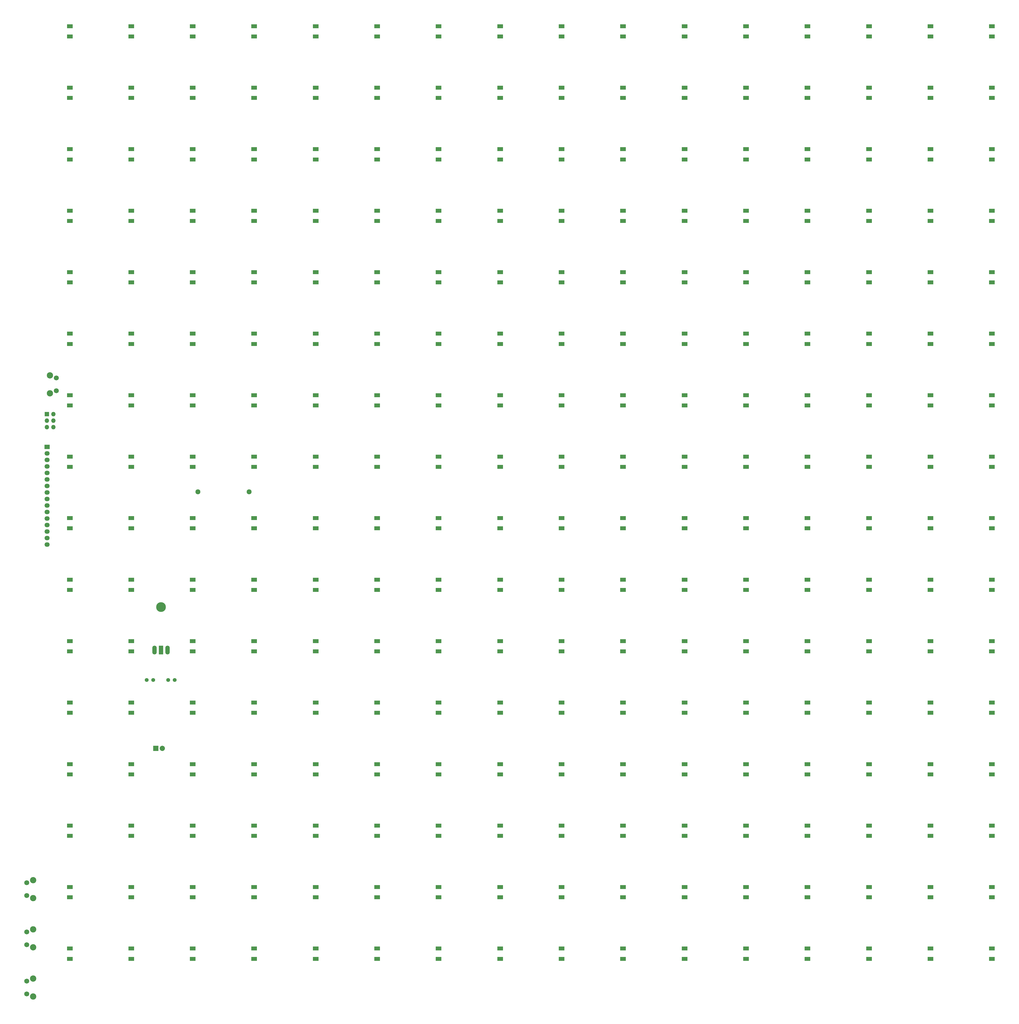
<source format=gbs>
G04 #@! TF.FileFunction,Soldermask,Bot*
%FSLAX46Y46*%
G04 Gerber Fmt 4.6, Leading zero omitted, Abs format (unit mm)*
G04 Created by KiCad (PCBNEW (2015-01-16 BZR 5376)-product) date 07/14/15 18:55:14*
%MOMM*%
G01*
G04 APERTURE LIST*
%ADD10C,0.100000*%
%ADD11C,0.150000*%
%ADD12C,2.200000*%
%ADD13C,1.700000*%
%ADD14C,1.950000*%
%ADD15C,1.501140*%
%ADD16R,1.699260X3.500120*%
%ADD17O,1.699260X3.500120*%
%ADD18C,3.799840*%
%ADD19R,2.032000X2.032000*%
%ADD20O,2.032000X2.032000*%
%ADD21R,1.727200X1.727200*%
%ADD22O,1.727200X1.727200*%
%ADD23R,2.200000X1.500000*%
%ADD24R,2.032000X1.727200*%
%ADD25O,2.032000X1.727200*%
G04 APERTURE END LIST*
D10*
D11*
X22833200Y-370709000D02*
G75*
G03X22833200Y-370709000I-1143000J0D01*
G01*
X20079200Y-376709000D02*
G75*
G03X20079200Y-376709000I-889000J0D01*
G01*
X20079200Y-371709000D02*
G75*
G03X20079200Y-371709000I-889000J0D01*
G01*
X22833200Y-377709000D02*
G75*
G03X22833200Y-377709000I-1143000J0D01*
G01*
X22833200Y-389899000D02*
G75*
G03X22833200Y-389899000I-1143000J0D01*
G01*
X20079200Y-395899000D02*
G75*
G03X20079200Y-395899000I-889000J0D01*
G01*
X20079200Y-390899000D02*
G75*
G03X20079200Y-390899000I-889000J0D01*
G01*
X22833200Y-396899000D02*
G75*
G03X22833200Y-396899000I-1143000J0D01*
G01*
X22833200Y-409089000D02*
G75*
G03X22833200Y-409089000I-1143000J0D01*
G01*
X20079200Y-415089000D02*
G75*
G03X20079200Y-415089000I-889000J0D01*
G01*
X20079200Y-410089000D02*
G75*
G03X20079200Y-410089000I-889000J0D01*
G01*
X22833200Y-416089000D02*
G75*
G03X22833200Y-416089000I-1143000J0D01*
G01*
X29377000Y-180792000D02*
G75*
G03X29377000Y-180792000I-1143000J0D01*
G01*
X31623000Y-174792000D02*
G75*
G03X31623000Y-174792000I-889000J0D01*
G01*
X31623000Y-179792000D02*
G75*
G03X31623000Y-179792000I-889000J0D01*
G01*
X29377000Y-173792000D02*
G75*
G03X29377000Y-173792000I-1143000J0D01*
G01*
D12*
X21690200Y-370709000D03*
X21690200Y-377709000D03*
D13*
X19190200Y-371709000D03*
X19190200Y-376709000D03*
D12*
X21690200Y-389899000D03*
X21690200Y-396899000D03*
D13*
X19190200Y-390899000D03*
X19190200Y-395899000D03*
D12*
X21690200Y-409089000D03*
X21690200Y-416089000D03*
D13*
X19190200Y-410089000D03*
X19190200Y-415089000D03*
D14*
X105940000Y-219202000D03*
X85940000Y-219202000D03*
D15*
X76902000Y-292583000D03*
X74362000Y-292583000D03*
D16*
X71583460Y-280924000D03*
D17*
X69043460Y-280924000D03*
X74123460Y-280924000D03*
D18*
X71583460Y-264160000D03*
D19*
X69521300Y-319289000D03*
D20*
X72061300Y-319289000D03*
D21*
X27008300Y-188933000D03*
D22*
X29548300Y-188933000D03*
X27008300Y-191473000D03*
X29548300Y-191473000D03*
X27008300Y-194013000D03*
X29548300Y-194013000D03*
D12*
X28234000Y-180792000D03*
X28234000Y-173792000D03*
D13*
X30734000Y-179792000D03*
X30734000Y-174792000D03*
D15*
X68507000Y-292583000D03*
X65967000Y-292583000D03*
D23*
X395798000Y-41579800D03*
X395798000Y-37579800D03*
X395798000Y-65567600D03*
X395798000Y-61567600D03*
X395798000Y-89555300D03*
X395798000Y-85555300D03*
X395798000Y-113543000D03*
X395798000Y-109543000D03*
X395798000Y-137531000D03*
X395798000Y-133531000D03*
X395798000Y-161518000D03*
X395798000Y-157518000D03*
X395798000Y-185506000D03*
X395798000Y-181506000D03*
X395798000Y-209494000D03*
X395798000Y-205494000D03*
X395798000Y-233482000D03*
X395798000Y-229482000D03*
X395798000Y-257470000D03*
X395798000Y-253470000D03*
X395798000Y-281457000D03*
X395798000Y-277457000D03*
X395798000Y-305445000D03*
X395798000Y-301445000D03*
X395798000Y-329433000D03*
X395798000Y-325433000D03*
X395798000Y-353421000D03*
X395798000Y-349421000D03*
X395798000Y-377408000D03*
X395798000Y-373408000D03*
X395798000Y-401396000D03*
X395798000Y-397396000D03*
X371810000Y-41579800D03*
X371810000Y-37579800D03*
X371810000Y-65567600D03*
X371810000Y-61567600D03*
X371810000Y-89555300D03*
X371810000Y-85555300D03*
X371810000Y-113543000D03*
X371810000Y-109543000D03*
X371810000Y-137531000D03*
X371810000Y-133531000D03*
X371810000Y-161518000D03*
X371810000Y-157518000D03*
X371810000Y-185506000D03*
X371810000Y-181506000D03*
X371810000Y-209494000D03*
X371810000Y-205494000D03*
X371810000Y-233482000D03*
X371810000Y-229482000D03*
X371810000Y-257470000D03*
X371810000Y-253470000D03*
X371810000Y-281457000D03*
X371810000Y-277457000D03*
X371810000Y-305445000D03*
X371810000Y-301445000D03*
X371810000Y-329433000D03*
X371810000Y-325433000D03*
X371810000Y-353421000D03*
X371810000Y-349421000D03*
X371810000Y-377408000D03*
X371810000Y-373408000D03*
X371810000Y-401396000D03*
X371810000Y-397396000D03*
X347823000Y-41579800D03*
X347823000Y-37579800D03*
X347823000Y-65567600D03*
X347823000Y-61567600D03*
X347823000Y-89555300D03*
X347823000Y-85555300D03*
X347823000Y-113543000D03*
X347823000Y-109543000D03*
X347823000Y-137531000D03*
X347823000Y-133531000D03*
X347823000Y-161518000D03*
X347823000Y-157518000D03*
X347823000Y-185506000D03*
X347823000Y-181506000D03*
X347823000Y-209494000D03*
X347823000Y-205494000D03*
X347823000Y-233482000D03*
X347823000Y-229482000D03*
X347823000Y-257470000D03*
X347823000Y-253470000D03*
X347823000Y-281457000D03*
X347823000Y-277457000D03*
X347823000Y-305445000D03*
X347823000Y-301445000D03*
X347823000Y-329433000D03*
X347823000Y-325433000D03*
X347823000Y-353421000D03*
X347823000Y-349421000D03*
X347823000Y-377408000D03*
X347823000Y-373408000D03*
X347823000Y-401396000D03*
X347823000Y-397396000D03*
X323835000Y-41579800D03*
X323835000Y-37579800D03*
X323835000Y-65567600D03*
X323835000Y-61567600D03*
X323835000Y-89555300D03*
X323835000Y-85555300D03*
X323835000Y-113543000D03*
X323835000Y-109543000D03*
X323835000Y-137531000D03*
X323835000Y-133531000D03*
X323835000Y-161518000D03*
X323835000Y-157518000D03*
X323835000Y-185506000D03*
X323835000Y-181506000D03*
X323835000Y-209494000D03*
X323835000Y-205494000D03*
X323835000Y-233482000D03*
X323835000Y-229482000D03*
X323835000Y-257470000D03*
X323835000Y-253470000D03*
X323835000Y-281457000D03*
X323835000Y-277457000D03*
X323835000Y-305445000D03*
X323835000Y-301445000D03*
X323835000Y-329433000D03*
X323835000Y-325433000D03*
X323835000Y-353421000D03*
X323835000Y-349421000D03*
X323835000Y-377408000D03*
X323835000Y-373408000D03*
X323835000Y-401396000D03*
X323835000Y-397396000D03*
X299847000Y-41579800D03*
X299847000Y-37579800D03*
X299847000Y-65567600D03*
X299847000Y-61567600D03*
X299847000Y-89555300D03*
X299847000Y-85555300D03*
X299847000Y-113543000D03*
X299847000Y-109543000D03*
X299847000Y-137531000D03*
X299847000Y-133531000D03*
X299847000Y-161518000D03*
X299847000Y-157518000D03*
X299847000Y-185506000D03*
X299847000Y-181506000D03*
X299847000Y-209494000D03*
X299847000Y-205494000D03*
X299847000Y-233482000D03*
X299847000Y-229482000D03*
X299847000Y-257470000D03*
X299847000Y-253470000D03*
X299847000Y-281457000D03*
X299847000Y-277457000D03*
X299847000Y-305445000D03*
X299847000Y-301445000D03*
X299847000Y-329433000D03*
X299847000Y-325433000D03*
X299847000Y-353421000D03*
X299847000Y-349421000D03*
X299847000Y-377408000D03*
X299847000Y-373408000D03*
X299847000Y-401396000D03*
X299847000Y-397396000D03*
X275859000Y-41579800D03*
X275859000Y-37579800D03*
X275859000Y-65567600D03*
X275859000Y-61567600D03*
X275859000Y-89555300D03*
X275859000Y-85555300D03*
X275859000Y-113543000D03*
X275859000Y-109543000D03*
X275859000Y-137531000D03*
X275859000Y-133531000D03*
X275859000Y-161518000D03*
X275859000Y-157518000D03*
X275859000Y-185506000D03*
X275859000Y-181506000D03*
X275859000Y-209494000D03*
X275859000Y-205494000D03*
X275859000Y-233482000D03*
X275859000Y-229482000D03*
X275859000Y-257470000D03*
X275859000Y-253470000D03*
X275859000Y-281457000D03*
X275859000Y-277457000D03*
X275859000Y-305445000D03*
X275859000Y-301445000D03*
X275859000Y-329433000D03*
X275859000Y-325433000D03*
X275859000Y-353421000D03*
X275859000Y-349421000D03*
X275859000Y-377408000D03*
X275859000Y-373408000D03*
X275859000Y-401396000D03*
X275859000Y-397396000D03*
X251871000Y-41579800D03*
X251871000Y-37579800D03*
X251871000Y-65567600D03*
X251871000Y-61567600D03*
X251871000Y-89555300D03*
X251871000Y-85555300D03*
X251871000Y-113543000D03*
X251871000Y-109543000D03*
X251871000Y-137531000D03*
X251871000Y-133531000D03*
X251871000Y-161518000D03*
X251871000Y-157518000D03*
X251871000Y-185506000D03*
X251871000Y-181506000D03*
X251871000Y-209494000D03*
X251871000Y-205494000D03*
X251871000Y-233482000D03*
X251871000Y-229482000D03*
X251871000Y-257470000D03*
X251871000Y-253470000D03*
X251871000Y-281457000D03*
X251871000Y-277457000D03*
X251871000Y-305445000D03*
X251871000Y-301445000D03*
X251871000Y-329433000D03*
X251871000Y-325433000D03*
X251871000Y-353421000D03*
X251871000Y-349421000D03*
X251871000Y-377408000D03*
X251871000Y-373408000D03*
X251871000Y-401396000D03*
X251871000Y-397396000D03*
X227884000Y-41579800D03*
X227884000Y-37579800D03*
X227884000Y-65567600D03*
X227884000Y-61567600D03*
X227884000Y-89555300D03*
X227884000Y-85555300D03*
X227884000Y-113543000D03*
X227884000Y-109543000D03*
X227884000Y-137531000D03*
X227884000Y-133531000D03*
X227884000Y-161518000D03*
X227884000Y-157518000D03*
X227884000Y-185506000D03*
X227884000Y-181506000D03*
X227884000Y-209494000D03*
X227884000Y-205494000D03*
X227884000Y-233482000D03*
X227884000Y-229482000D03*
X227884000Y-257470000D03*
X227884000Y-253470000D03*
X227884000Y-281457000D03*
X227884000Y-277457000D03*
X227884000Y-305445000D03*
X227884000Y-301445000D03*
X227884000Y-329433000D03*
X227884000Y-325433000D03*
X227884000Y-353421000D03*
X227884000Y-349421000D03*
X227884000Y-377408000D03*
X227884000Y-373408000D03*
X227884000Y-401396000D03*
X227884000Y-397396000D03*
X203896000Y-41579800D03*
X203896000Y-37579800D03*
X203896000Y-65567600D03*
X203896000Y-61567600D03*
X203896000Y-89555300D03*
X203896000Y-85555300D03*
X203896000Y-113543000D03*
X203896000Y-109543000D03*
X203896000Y-137531000D03*
X203896000Y-133531000D03*
X203896000Y-161519000D03*
X203896000Y-157519000D03*
X203896000Y-185506000D03*
X203896000Y-181506000D03*
X203896000Y-209494000D03*
X203896000Y-205494000D03*
X203896000Y-233482000D03*
X203896000Y-229482000D03*
X203896000Y-257470000D03*
X203896000Y-253470000D03*
X203896000Y-281457000D03*
X203896000Y-277457000D03*
X203896000Y-305445000D03*
X203896000Y-301445000D03*
X203896000Y-329433000D03*
X203896000Y-325433000D03*
X203896000Y-353421000D03*
X203896000Y-349421000D03*
X203896000Y-377408000D03*
X203896000Y-373408000D03*
X203896000Y-401396000D03*
X203896000Y-397396000D03*
X179908000Y-41579800D03*
X179908000Y-37579800D03*
X179908000Y-65567600D03*
X179908000Y-61567600D03*
X179908000Y-89555300D03*
X179908000Y-85555300D03*
X179908000Y-113543000D03*
X179908000Y-109543000D03*
X179908000Y-137531000D03*
X179908000Y-133531000D03*
X179908000Y-161519000D03*
X179908000Y-157519000D03*
X179908000Y-185506000D03*
X179908000Y-181506000D03*
X179908000Y-209494000D03*
X179908000Y-205494000D03*
X179908000Y-233482000D03*
X179908000Y-229482000D03*
X179908000Y-257470000D03*
X179908000Y-253470000D03*
X179908000Y-281457000D03*
X179908000Y-277457000D03*
X179908000Y-305445000D03*
X179908000Y-301445000D03*
X179908000Y-329433000D03*
X179908000Y-325433000D03*
X179908000Y-353421000D03*
X179908000Y-349421000D03*
X179908000Y-377408000D03*
X179908000Y-373408000D03*
X179908000Y-401396000D03*
X179908000Y-397396000D03*
X155920000Y-41579800D03*
X155920000Y-37579800D03*
X155920000Y-65567600D03*
X155920000Y-61567600D03*
X155920000Y-89555300D03*
X155920000Y-85555300D03*
X155920000Y-113543000D03*
X155920000Y-109543000D03*
X155920000Y-137531000D03*
X155920000Y-133531000D03*
X155920000Y-161519000D03*
X155920000Y-157519000D03*
X155920000Y-185506000D03*
X155920000Y-181506000D03*
X155920000Y-209494000D03*
X155920000Y-205494000D03*
X155920000Y-233482000D03*
X155920000Y-229482000D03*
X155920000Y-257470000D03*
X155920000Y-253470000D03*
X155920000Y-281457000D03*
X155920000Y-277457000D03*
X155920000Y-305445000D03*
X155920000Y-301445000D03*
X155920000Y-329433000D03*
X155920000Y-325433000D03*
X155920000Y-353421000D03*
X155920000Y-349421000D03*
X155920000Y-377408000D03*
X155920000Y-373408000D03*
X155920000Y-401396000D03*
X155920000Y-397396000D03*
X131933000Y-41579800D03*
X131933000Y-37579800D03*
X131933000Y-65567600D03*
X131933000Y-61567600D03*
X131933000Y-89555300D03*
X131933000Y-85555300D03*
X131933000Y-113543000D03*
X131933000Y-109543000D03*
X131933000Y-137531000D03*
X131933000Y-133531000D03*
X131933000Y-161519000D03*
X131933000Y-157519000D03*
X131933000Y-185506000D03*
X131933000Y-181506000D03*
X131933000Y-209494000D03*
X131933000Y-205494000D03*
X131933000Y-233482000D03*
X131933000Y-229482000D03*
X131933000Y-257470000D03*
X131933000Y-253470000D03*
X131933000Y-281457000D03*
X131933000Y-277457000D03*
X131933000Y-305445000D03*
X131933000Y-301445000D03*
X131933000Y-329433000D03*
X131933000Y-325433000D03*
X131933000Y-353421000D03*
X131933000Y-349421000D03*
X131933000Y-377408000D03*
X131933000Y-373408000D03*
X131933000Y-401396000D03*
X131933000Y-397396000D03*
X107945000Y-41579800D03*
X107945000Y-37579800D03*
X107945000Y-65567600D03*
X107945000Y-61567600D03*
X107945000Y-89555300D03*
X107945000Y-85555300D03*
X107945000Y-113543000D03*
X107945000Y-109543000D03*
X107945000Y-137531000D03*
X107945000Y-133531000D03*
X107945000Y-161519000D03*
X107945000Y-157519000D03*
X107945000Y-185506000D03*
X107945000Y-181506000D03*
X107945000Y-209494000D03*
X107945000Y-205494000D03*
X107945000Y-233482000D03*
X107945000Y-229482000D03*
X107945000Y-257470000D03*
X107945000Y-253470000D03*
X107945000Y-281457000D03*
X107945000Y-277457000D03*
X107945000Y-305445000D03*
X107945000Y-301445000D03*
X107945000Y-329433000D03*
X107945000Y-325433000D03*
X107945000Y-353421000D03*
X107945000Y-349421000D03*
X107945000Y-377408000D03*
X107945000Y-373408000D03*
X107945000Y-401396000D03*
X107945000Y-397396000D03*
X83957200Y-41579800D03*
X83957200Y-37579800D03*
X83957200Y-65567600D03*
X83957200Y-61567600D03*
X83957200Y-89555300D03*
X83957200Y-85555300D03*
X83957200Y-113543000D03*
X83957200Y-109543000D03*
X83957200Y-137531000D03*
X83957200Y-133531000D03*
X83957200Y-161519000D03*
X83957200Y-157519000D03*
X83957200Y-185506000D03*
X83957200Y-181506000D03*
X83957200Y-209494000D03*
X83957200Y-205494000D03*
X83957200Y-233482000D03*
X83957200Y-229482000D03*
X83957200Y-257470000D03*
X83957200Y-253470000D03*
X83957200Y-281457000D03*
X83957200Y-277457000D03*
X83957200Y-305445000D03*
X83957200Y-301445000D03*
X83957200Y-329433000D03*
X83957200Y-325433000D03*
X83957200Y-353421000D03*
X83957200Y-349421000D03*
X83957200Y-377408000D03*
X83957200Y-373408000D03*
X83957200Y-401396000D03*
X83957200Y-397396000D03*
X59969400Y-41579800D03*
X59969400Y-37579800D03*
X59969400Y-65567600D03*
X59969400Y-61567600D03*
X59969400Y-89555300D03*
X59969400Y-85555300D03*
X59969400Y-113543000D03*
X59969400Y-109543000D03*
X59969400Y-137531000D03*
X59969400Y-133531000D03*
X59969400Y-161519000D03*
X59969400Y-157519000D03*
X59969400Y-185506000D03*
X59969400Y-181506000D03*
X59969400Y-209494000D03*
X59969400Y-205494000D03*
X59969400Y-233482000D03*
X59969400Y-229482000D03*
X59969400Y-257470000D03*
X59969400Y-253470000D03*
X59969400Y-281457000D03*
X59969400Y-277457000D03*
X59969400Y-305445000D03*
X59969400Y-301445000D03*
X59969400Y-329433000D03*
X59969400Y-325433000D03*
X59969400Y-353421000D03*
X59969400Y-349421000D03*
X59969400Y-377408000D03*
X59969400Y-373408000D03*
X59969400Y-401396000D03*
X59969400Y-397396000D03*
X35981600Y-41579800D03*
X35981600Y-37579800D03*
X35981600Y-65567600D03*
X35981600Y-61567600D03*
X35981600Y-89555300D03*
X35981600Y-85555300D03*
X35981600Y-113543000D03*
X35981600Y-109543000D03*
X35981600Y-137531000D03*
X35981600Y-133531000D03*
X35981600Y-161519000D03*
X35981600Y-157519000D03*
X35981600Y-185506000D03*
X35981600Y-181506000D03*
X35981600Y-209494000D03*
X35981600Y-205494000D03*
X35981600Y-233482000D03*
X35981600Y-229482000D03*
X35981600Y-257470000D03*
X35981600Y-253470000D03*
X35981600Y-281457000D03*
X35981600Y-277457000D03*
X35981600Y-305445000D03*
X35981600Y-301445000D03*
X35981600Y-329433000D03*
X35981600Y-325433000D03*
X35981600Y-353421000D03*
X35981600Y-349421000D03*
X35981600Y-377408000D03*
X35981600Y-373408000D03*
X35981600Y-401396000D03*
X35981600Y-397396000D03*
D24*
X27093200Y-201718000D03*
D25*
X27093200Y-204258000D03*
X27093200Y-206798000D03*
X27093200Y-209338000D03*
X27093200Y-211878000D03*
X27093200Y-214418000D03*
X27093200Y-216958000D03*
X27093200Y-219498000D03*
X27093200Y-222038000D03*
X27093200Y-224578000D03*
X27093200Y-227118000D03*
X27093200Y-229658000D03*
X27093200Y-232198000D03*
X27093200Y-234738000D03*
X27093200Y-237278000D03*
X27093200Y-239818000D03*
M02*

</source>
